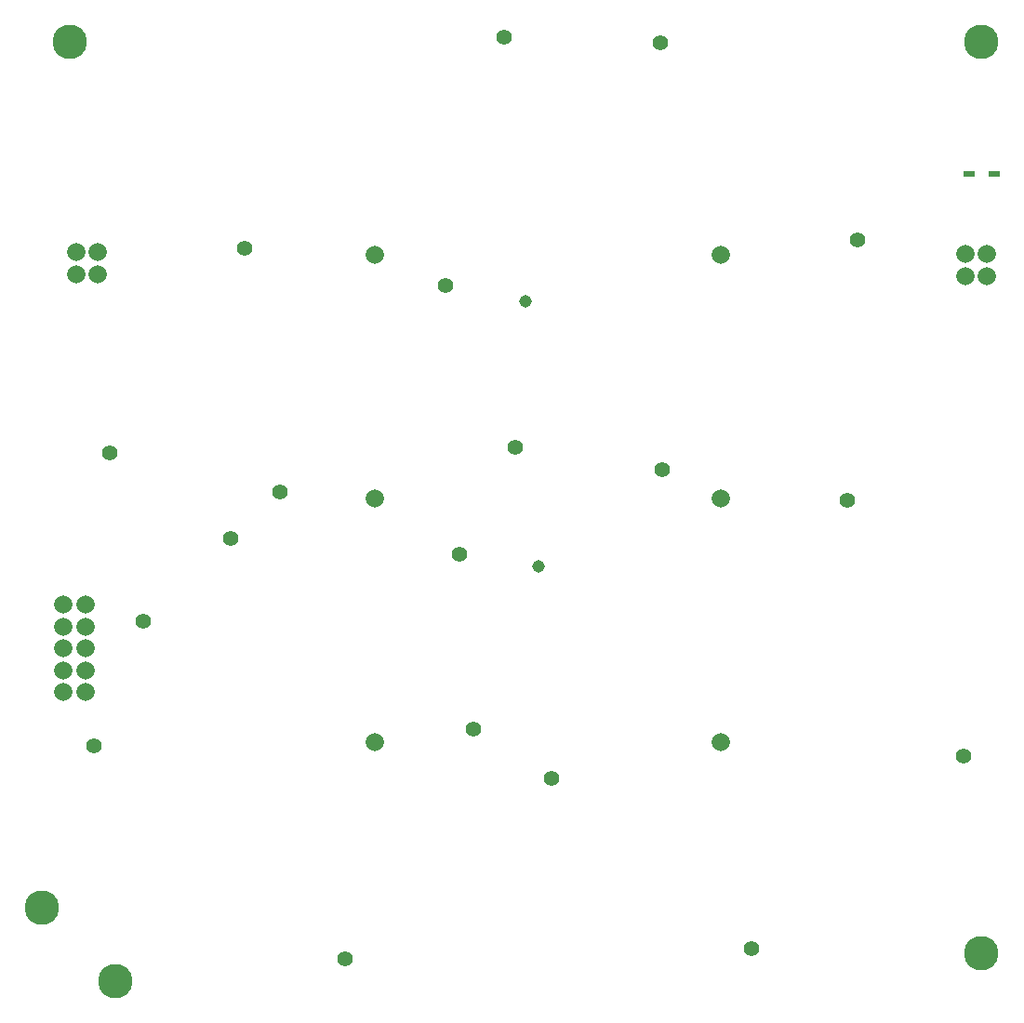
<source format=gbr>
%TF.GenerationSoftware,Altium Limited,Altium Designer,18.1.7 (191)*%
G04 Layer_Color=8388736*
%FSLAX43Y43*%
%MOMM*%
%TF.FileFunction,Soldermask,Top*%
%TF.Part,Single*%
G01*
G75*
%TA.AperFunction,ComponentPad*%
%ADD38C,1.664*%
%TA.AperFunction,ViaPad*%
%ADD39C,3.140*%
%ADD40C,1.410*%
%ADD41C,1.140*%
%TA.AperFunction,SMDPad,CuDef*%
%ADD43R,0.990X0.590*%
D38*
X32512Y46179D02*
D03*
X64012Y24000D02*
D03*
Y68358D02*
D03*
X32512D02*
D03*
Y24000D02*
D03*
X64012Y46179D02*
D03*
X6191Y28512D02*
D03*
X4191D02*
D03*
X6191Y30512D02*
D03*
X4191D02*
D03*
X6191Y32512D02*
D03*
X4191D02*
D03*
X6191Y34512D02*
D03*
X4191D02*
D03*
X6191Y36512D02*
D03*
X4191D02*
D03*
X5323Y68599D02*
D03*
Y66599D02*
D03*
X7323Y68599D02*
D03*
Y66599D02*
D03*
X88265Y68421D02*
D03*
X86265D02*
D03*
X88265Y66421D02*
D03*
X86265D02*
D03*
D39*
X8925Y2200D02*
D03*
X4725Y87750D02*
D03*
X87750D02*
D03*
Y4725D02*
D03*
X2200Y8925D02*
D03*
D40*
X40259Y41119D02*
D03*
X19431Y42545D02*
D03*
X11430Y35024D02*
D03*
X6985Y23644D02*
D03*
X66802Y5207D02*
D03*
X58547Y87630D02*
D03*
X44322Y88138D02*
D03*
X76454Y69723D02*
D03*
X20701Y68929D02*
D03*
X8382Y50292D02*
D03*
X29845Y4292D02*
D03*
X86122Y22733D02*
D03*
X41529Y25146D02*
D03*
X48641Y20701D02*
D03*
X23876Y46736D02*
D03*
X75565Y46002D02*
D03*
X58674Y48766D02*
D03*
X45301Y50800D02*
D03*
X38989Y65532D02*
D03*
D41*
X46260Y64135D02*
D03*
X47411Y40005D02*
D03*
D43*
X88894Y75692D02*
D03*
X86644D02*
D03*
%TF.MD5,23546635c3c68dee16c902915e36d927*%
M02*

</source>
